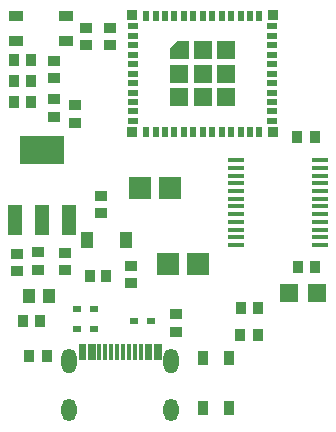
<source format=gts>
G04 Layer: TopSolderMaskLayer*
G04 EasyEDA v6.5.44, 2024-08-01 17:58:32*
G04 bf16dfa8b14249528ce45edaced80a03,d882a8cb847549dbb05e31b2b695811d,10*
G04 Gerber Generator version 0.2*
G04 Scale: 100 percent, Rotated: No, Reflected: No *
G04 Dimensions in millimeters *
G04 leading zeros omitted , absolute positions ,4 integer and 5 decimal *
%FSLAX45Y45*%
%MOMM*%

%AMMACRO1*4,1,8,-0.9211,-0.9508,-0.9508,-0.921,-0.9508,0.9211,-0.9211,0.9508,0.921,0.9508,0.9508,0.9211,0.9508,-0.921,0.921,-0.9508,-0.9211,-0.9508,0*%
%AMMACRO2*4,1,8,-0.1711,-0.7008,-0.2008,-0.671,-0.2008,0.6711,-0.1711,0.7008,0.171,0.7008,0.2008,0.6711,0.2008,-0.671,0.171,-0.7008,-0.1711,-0.7008,0*%
%AMMACRO3*4,1,8,-0.1711,-0.7008,-0.2008,-0.671,-0.2008,0.671,-0.1711,0.7008,0.171,0.7008,0.2008,0.671,0.2008,-0.671,0.171,-0.7008,-0.1711,-0.7008,0*%
%AMMACRO4*4,1,8,-0.5711,-1.3008,-0.6008,-1.271,-0.6008,1.2711,-0.5711,1.3008,0.571,1.3008,0.6008,1.2711,0.6008,-1.271,0.571,-1.3008,-0.5711,-1.3008,0*%
%AMMACRO5*4,1,8,-1.8211,-1.2208,-1.8508,-1.191,-1.8508,1.1911,-1.8211,1.2208,1.821,1.2208,1.8508,1.1911,1.8508,-1.191,1.821,-1.2208,-1.8211,-1.2208,0*%
%AMMACRO6*4,1,8,-0.4207,-0.25,-0.45,-0.2207,-0.45,0.2207,-0.4207,0.25,0.4207,0.25,0.45,0.2207,0.45,-0.2207,0.4207,-0.25,-0.4207,-0.25,0*%
%AMMACRO7*4,1,8,-0.2207,-0.45,-0.25,-0.4207,-0.25,0.4207,-0.2207,0.45,0.2207,0.45,0.25,0.4207,0.25,-0.4207,0.2207,-0.45,-0.2207,-0.45,0*%
%AMMACRO8*4,1,8,-0.3707,-0.4,-0.4,-0.3707,-0.4,0.3707,-0.3707,0.4,0.3707,0.4,0.4,0.3707,0.4,-0.3707,0.3707,-0.4,-0.3707,-0.4,0*%
%AMMACRO9*4,1,8,-0.7457,-0.775,-0.775,-0.7457,-0.775,0.7457,-0.7457,0.775,0.7457,0.775,0.775,0.7457,0.775,-0.7457,0.7457,-0.775,-0.7457,-0.775,0*%
%AMMACRO10*4,1,8,-0.5461,-0.4008,-0.5758,-0.371,-0.5758,0.3711,-0.5461,0.4008,0.546,0.4008,0.5758,0.3711,0.5758,-0.371,0.546,-0.4008,-0.5461,-0.4008,0*%
%AMMACRO11*4,1,8,-0.3711,-0.5758,-0.4008,-0.546,-0.4008,0.5461,-0.3711,0.5758,0.371,0.5758,0.4008,0.5461,0.4008,-0.546,0.371,-0.5758,-0.3711,-0.5758,0*%
%AMMACRO12*4,1,8,-0.4531,-0.454,-0.4828,-0.4243,-0.4828,0.4243,-0.4531,0.454,0.453,0.454,0.4828,0.4243,0.4828,-0.4243,0.453,-0.454,-0.4531,-0.454,0*%
%AMMACRO13*4,1,8,-0.4243,-0.4828,-0.454,-0.453,-0.454,0.4531,-0.4243,0.4828,0.4243,0.4828,0.454,0.4531,0.454,-0.453,0.4243,-0.4828,-0.4243,-0.4828,0*%
%AMMACRO14*4,1,8,-0.471,-0.5508,-0.5008,-0.521,-0.5008,0.5211,-0.471,0.5508,0.471,0.5508,0.5008,0.5211,0.5008,-0.521,0.471,-0.5508,-0.471,-0.5508,0*%
%AMMACRO15*4,1,8,-0.4761,-0.6608,-0.5058,-0.631,-0.5058,0.6311,-0.4761,0.6608,0.476,0.6608,0.5058,0.6311,0.5058,-0.631,0.476,-0.6608,-0.4761,-0.6608,0*%
%AMMACRO16*4,1,8,-0.3211,-0.2508,-0.3508,-0.221,-0.3508,0.2211,-0.3211,0.2508,0.321,0.2508,0.3508,0.2211,0.3508,-0.221,0.321,-0.2508,-0.3211,-0.2508,0*%
%AMMACRO17*4,1,8,-0.7711,-0.7303,-0.8008,-0.7005,-0.8008,0.7005,-0.7711,0.7303,0.771,0.7303,0.8008,0.7005,0.8008,-0.7005,0.771,-0.7303,-0.7711,-0.7303,0*%
%AMMACRO18*4,1,8,-0.4211,-0.5008,-0.4508,-0.471,-0.4508,0.4711,-0.4211,0.5008,0.421,0.5008,0.4508,0.4711,0.4508,-0.471,0.421,-0.5008,-0.4211,-0.5008,0*%
%AMMACRO19*4,1,8,-0.4711,-0.4508,-0.5008,-0.421,-0.5008,0.4211,-0.4711,0.4508,0.471,0.4508,0.5008,0.4211,0.5008,-0.421,0.471,-0.4508,-0.4711,-0.4508,0*%
%ADD10MACRO1*%
%ADD11MACRO2*%
%ADD12MACRO3*%
%ADD13O,1.3015976000000002X1.9015964*%
%ADD14O,1.3015976000000002X2.1015960000000002*%
%ADD15MACRO4*%
%ADD16MACRO5*%
%ADD17O,1.4256004000000002X0.40960040000000003*%
%ADD18MACRO6*%
%ADD19MACRO7*%
%ADD20MACRO8*%
%ADD21MACRO9*%
%ADD22MACRO10*%
%ADD23MACRO11*%
%ADD24MACRO12*%
%ADD25MACRO13*%
%ADD26MACRO14*%
%ADD27MACRO15*%
%ADD28MACRO16*%
%ADD29MACRO17*%
%ADD30MACRO18*%
%ADD31MACRO19*%
%ADD32C,0.0148*%

%LPD*%
D10*
G01*
X5359400Y5829300D03*
G01*
X5613400Y5829300D03*
D11*
G01*
X5017771Y4437402D03*
G01*
X5067783Y4437402D03*
G01*
X5117771Y4437405D03*
G01*
X5167783Y4437402D03*
G01*
X5217770Y4437405D03*
G01*
X5267783Y4437402D03*
G01*
X5317745Y4437402D03*
G01*
X5367783Y4437402D03*
G01*
X4857781Y4437390D03*
G01*
X4887779Y4437405D03*
D12*
G01*
X4937782Y4437390D03*
G01*
X4967777Y4437392D03*
G01*
X5417774Y4437390D03*
G01*
X5447786Y4437392D03*
G01*
X5497776Y4437407D03*
G01*
X5527776Y4437407D03*
D13*
G01*
X5625287Y3942580D03*
D14*
G01*
X5625287Y4360562D03*
G01*
X4760264Y4360562D03*
D13*
G01*
X4760264Y3942580D03*
D15*
G01*
X4303903Y5557706D03*
G01*
X4533900Y5557706D03*
G01*
X4763896Y5557706D03*
D16*
G01*
X4533900Y6151702D03*
D17*
G01*
X6171590Y6059804D03*
G01*
X6171590Y5994806D03*
G01*
X6171590Y5929807D03*
G01*
X6171590Y5864809D03*
G01*
X6171590Y5799810D03*
G01*
X6171590Y5734786D03*
G01*
X6171590Y5669787D03*
G01*
X6171590Y5604789D03*
G01*
X6171590Y5539790D03*
G01*
X6171590Y5474792D03*
G01*
X6171590Y5409793D03*
G01*
X6171590Y5344795D03*
G01*
X6884009Y6059804D03*
G01*
X6884009Y5994806D03*
G01*
X6884009Y5929807D03*
G01*
X6884009Y5864809D03*
G01*
X6884009Y5799810D03*
G01*
X6884009Y5734786D03*
G01*
X6884009Y5669787D03*
G01*
X6884009Y5604789D03*
G01*
X6884009Y5539790D03*
G01*
X6884009Y5474792D03*
G01*
X6884009Y5409793D03*
G01*
X6884009Y5344795D03*
D18*
G01*
X5302801Y7194499D03*
G01*
X5302801Y7114499D03*
G01*
X5302801Y7034499D03*
G01*
X5302801Y6954499D03*
G01*
X5302801Y6874499D03*
G01*
X5302801Y6794500D03*
G01*
X5302801Y6714500D03*
G01*
X5302801Y6634500D03*
G01*
X5302801Y6554500D03*
G01*
X5302801Y6474500D03*
G01*
X5302801Y6394500D03*
D19*
G01*
X5412800Y6304500D03*
G01*
X5492800Y6304500D03*
G01*
X5572800Y6304500D03*
G01*
X5652800Y6304500D03*
G01*
X5732800Y6304500D03*
G01*
X5812800Y6304500D03*
G01*
X5892800Y6304500D03*
G01*
X5972799Y6304500D03*
G01*
X6052799Y6304500D03*
G01*
X6132799Y6304500D03*
G01*
X6212799Y6304500D03*
G01*
X6292799Y6304500D03*
G01*
X6372799Y6304500D03*
D18*
G01*
X6482798Y6394500D03*
G01*
X6482798Y6474500D03*
G01*
X6482798Y6554500D03*
G01*
X6482798Y6634500D03*
G01*
X6482798Y6714500D03*
G01*
X6482798Y6794500D03*
G01*
X6482798Y6874499D03*
G01*
X6482798Y6954499D03*
G01*
X6482798Y7034499D03*
G01*
X6482798Y7114499D03*
G01*
X6482798Y7194499D03*
D19*
G01*
X6372799Y7284499D03*
G01*
X6292799Y7284499D03*
G01*
X6212799Y7284499D03*
G01*
X6132799Y7284499D03*
G01*
X6052799Y7284499D03*
G01*
X5972799Y7284499D03*
G01*
X5892800Y7284499D03*
G01*
X5812800Y7284499D03*
G01*
X5732800Y7284499D03*
G01*
X5652800Y7284499D03*
G01*
X5572800Y7284499D03*
G01*
X5492800Y7284499D03*
G01*
X5412800Y7284499D03*
D20*
G01*
X6487800Y7289500D03*
G01*
X6487800Y6299499D03*
G01*
X5297799Y6299499D03*
G01*
X5297799Y7289500D03*
G36*
X5622787Y6914494D02*
G01*
X5622297Y6914517D01*
X5621812Y6914591D01*
X5621334Y6914710D01*
X5620872Y6914875D01*
X5620430Y6915083D01*
X5620009Y6915337D01*
X5619615Y6915630D01*
X5619252Y6915960D01*
X5618921Y6916323D01*
X5618629Y6916717D01*
X5618375Y6917138D01*
X5618167Y6917580D01*
X5618002Y6918043D01*
X5617883Y6918520D01*
X5617809Y6919005D01*
X5617786Y6919495D01*
X5617786Y7004494D01*
X5617817Y7005053D01*
X5617911Y7005607D01*
X5618065Y7006145D01*
X5618281Y7006663D01*
X5618553Y7007156D01*
X5618878Y7007613D01*
X5619252Y7008030D01*
X5679252Y7068030D01*
X5679668Y7068403D01*
X5680125Y7068728D01*
X5680618Y7069000D01*
X5681136Y7069216D01*
X5681675Y7069371D01*
X5682228Y7069465D01*
X5682787Y7069495D01*
X5767786Y7069495D01*
X5768276Y7069472D01*
X5768761Y7069399D01*
X5769239Y7069279D01*
X5769701Y7069114D01*
X5770143Y7068906D01*
X5770565Y7068652D01*
X5770958Y7068360D01*
X5771321Y7068030D01*
X5771652Y7067666D01*
X5771944Y7067273D01*
X5772198Y7066851D01*
X5772406Y7066409D01*
X5772571Y7065947D01*
X5772691Y7065469D01*
X5772764Y7064984D01*
X5772787Y7064494D01*
X5772787Y6919495D01*
X5772764Y6919005D01*
X5772691Y6918520D01*
X5772571Y6918043D01*
X5772406Y6917580D01*
X5772198Y6917138D01*
X5771944Y6916717D01*
X5771652Y6916323D01*
X5771321Y6915960D01*
X5770958Y6915630D01*
X5770565Y6915337D01*
X5770143Y6915083D01*
X5769701Y6914875D01*
X5769239Y6914710D01*
X5768761Y6914591D01*
X5768276Y6914517D01*
X5767786Y6914494D01*
G37*
D21*
G01*
X6090287Y6596994D03*
G01*
X5892787Y6596994D03*
G01*
X5695287Y6596994D03*
G01*
X5695287Y6794494D03*
G01*
X5892787Y6991995D03*
G01*
X6090287Y6991995D03*
G01*
X6090287Y6794494D03*
G01*
X5892787Y6794494D03*
D22*
G01*
X4731205Y7068007D03*
G01*
X4311191Y7068007D03*
G01*
X4731205Y7282992D03*
G01*
X4311191Y7282992D03*
D23*
G01*
X5898083Y3967278D03*
G01*
X5898083Y4387292D03*
G01*
X6113068Y3967278D03*
G01*
X6113068Y4387292D03*
D24*
G01*
X4811776Y6525908D03*
G01*
X4811776Y6375259D03*
D25*
G01*
X6842900Y6260084D03*
G01*
X6692251Y6260084D03*
D24*
G01*
X4633976Y6426059D03*
G01*
X4633976Y6576708D03*
D25*
G01*
X4291951Y6907784D03*
G01*
X4442600Y6907784D03*
G01*
X4291951Y6729984D03*
G01*
X4442600Y6729984D03*
G01*
X6361824Y4584700D03*
G01*
X6211175Y4584700D03*
D24*
G01*
X5664200Y4761624D03*
G01*
X5664200Y4610975D03*
D25*
G01*
X4571124Y4406900D03*
G01*
X4420475Y4406900D03*
D24*
G01*
X4494276Y5130659D03*
G01*
X4494276Y5281308D03*
D26*
G01*
X4591966Y4913883D03*
G01*
X4421967Y4913883D03*
D10*
G01*
X5854700Y5181600D03*
G01*
X5600700Y5181600D03*
D27*
G01*
X5241987Y5383784D03*
G01*
X4914964Y5383784D03*
D28*
G01*
X5308282Y4697984D03*
G01*
X5458269Y4697984D03*
G01*
X4975669Y4799584D03*
G01*
X4825682Y4799584D03*
G01*
X4975669Y4634484D03*
G01*
X4825682Y4634484D03*
D29*
G01*
X6863699Y4940300D03*
G01*
X6623701Y4940300D03*
D30*
G01*
X6839099Y5156200D03*
G01*
X6699100Y5156200D03*
D31*
G01*
X4900676Y7180983D03*
G01*
X4900676Y7040984D03*
G01*
X5103876Y7180983D03*
G01*
X5103876Y7040984D03*
D30*
G01*
X4297276Y6552184D03*
G01*
X4437275Y6552184D03*
D31*
G01*
X4633976Y6901583D03*
G01*
X4633976Y6761584D03*
D30*
G01*
X6216500Y4813300D03*
G01*
X6356499Y4813300D03*
D31*
G01*
X5283200Y5022700D03*
G01*
X5283200Y5162699D03*
D30*
G01*
X5073799Y5080000D03*
G01*
X4933800Y5080000D03*
G01*
X4373476Y4697984D03*
G01*
X4513475Y4697984D03*
D31*
G01*
X4318000Y5264299D03*
G01*
X4318000Y5124300D03*
G01*
X5027676Y5618584D03*
G01*
X5027676Y5758583D03*
G01*
X4722876Y5275983D03*
G01*
X4722876Y5135984D03*
M02*

</source>
